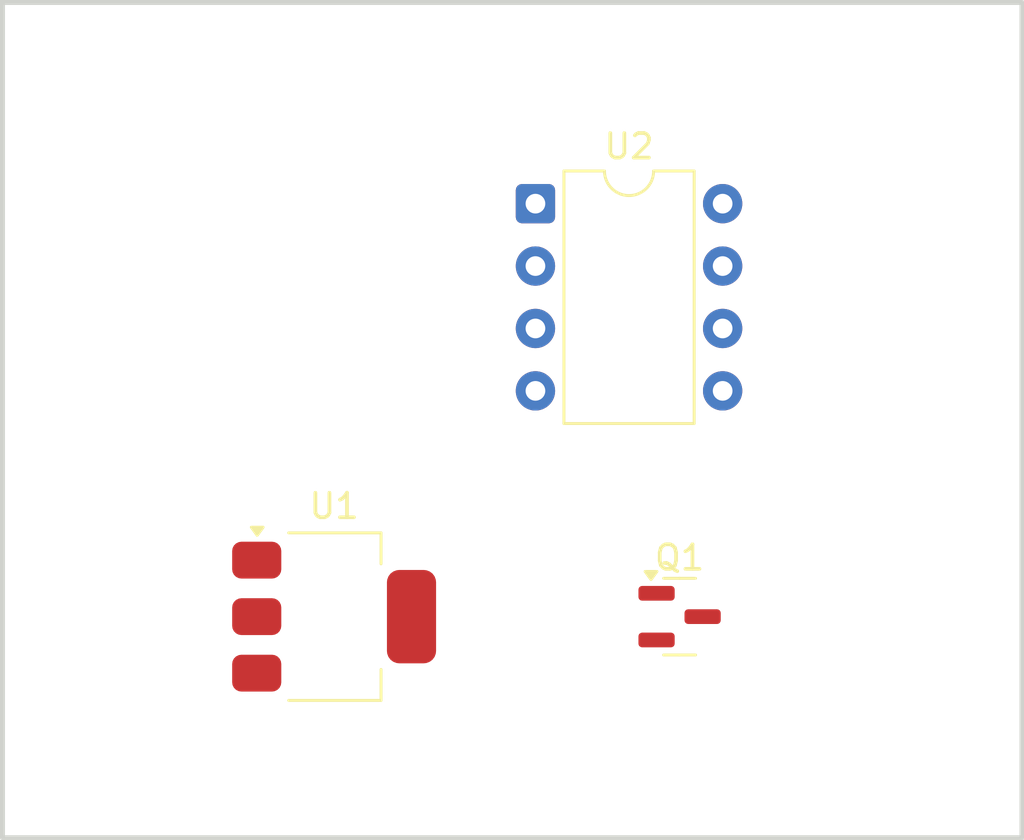
<source format=kicad_pcb>
(kicad_pcb (version 20241229) (generator "pcbnew") (generator_version "9.0")
  (layers (0 "F.Cu" signal) (2 "B.Cu" signal) (13 "F.Paste" user) (15 "B.Paste" user) (5 "F.SilkS" user "F.Silkscreen") (7 "B.SilkS" user "B.Silkscreen") (1 "F.Mask" user) (3 "B.Mask" user) (25 "Edge.Cuts" user))
  (net 0 "")
  (net 1 "/OUT-")
  (net 2 "Net-(Q1-G)")
  (net 3 "GND")
  (net 4 "+5V")
  (net 5 "VCC")
  (net 6 "/SWITCH")
  (net 7 "/PWM")
  (net 8 "/PEAK")
  (net 9 "/FOUT")
  (net 10 "/FIN")
  (footprint "Package_TO_SOT_SMD:SOT-223-3_TabPin2" (layer "F.Cu") (at 59.5 72.5)
    (property "Reference" "U1" (at 0 -4.5 0) (layer "F.SilkS"))
    (property "Value" "AMS1117-5.0")
    (fp_line (start -1.85 -3.41) (end 1.91 -3.41) (stroke (width 0.12)) (layer "F.SilkS"))
    (fp_line (start -1.85 3.41) (end 1.91 3.41) (stroke (width 0.12)) (layer "F.SilkS"))
    (fp_line (start 1.91 -3.41) (end 1.91 -2.15) (stroke (width 0.12)) (layer "F.SilkS"))
    (fp_line (start 1.91 3.41) (end 1.91 2.15) (stroke (width 0.12)) (layer "F.SilkS"))
    (fp_poly (pts (xy -3.13 -3.31) (xy -3.37 -3.64) (xy -2.89 -3.64) (xy -3.13 -3.31)) (stroke (width 0.12)) (fill yes) (layer "F.SilkS"))
    (pad "1" smd roundrect (at -3.15 -2.3) (size 2 1.5) (layers "F.Cu" "F.Mask" "F.Paste") (net 3 "GND"))
    (pad "2" smd roundrect (at -3.15 0) (size 2 1.5) (layers "F.Cu" "F.Mask" "F.Paste") (net 4 "+5V"))
    (pad "2" smd roundrect (at 3.15 0) (size 2 3.8) (layers "F.Cu" "F.Mask" "F.Paste") (net 4 "+5V"))
    (pad "3" smd roundrect (at -3.15 2.3) (size 2 1.5) (layers "F.Cu" "F.Mask" "F.Paste") (net 5 "VCC"))
  )
  (footprint "Package_DIP:DIP-8_W7.62mm" (layer "F.Cu") (at 67.695 55.69)
    (property "Reference" "U2" (at 3.81 -2.33 0) (layer "F.SilkS"))
    (property "Value" "ATtiny13A-P")
    (fp_line (start 1.16 -1.33) (end 1.16 8.95) (stroke (width 0.12)) (layer "F.SilkS"))
    (fp_line (start 1.16 8.95) (end 6.46 8.95) (stroke (width 0.12)) (layer "F.SilkS"))
    (fp_line (start 2.81 -1.33) (end 1.16 -1.33) (stroke (width 0.12)) (layer "F.SilkS"))
    (fp_line (start 6.46 -1.33) (end 4.81 -1.33) (stroke (width 0.12)) (layer "F.SilkS"))
    (fp_line (start 6.46 8.95) (end 6.46 -1.33) (stroke (width 0.12)) (layer "F.SilkS"))
    (fp_arc (start 4.81 -1.33) (mid 3.81 -0.33) (end 2.81 -1.33) (stroke (width 0.12)) (layer "F.SilkS"))
    (pad "1" thru_hole roundrect (at 0 0) (size 1.6 1.6) (drill 0.8) (layers "*.Cu" "*.Mask") (roundrect_rratio 0.15625) (net 4 "+5V"))
    (pad "2" thru_hole circle (at 0 2.54) (size 1.6 1.6) (drill 0.8) (layers "*.Cu" "*.Mask") (net 9 "/FOUT"))
    (pad "3" thru_hole circle (at 0 5.08) (size 1.6 1.6) (drill 0.8) (layers "*.Cu" "*.Mask") (net 8 "/PEAK"))
    (pad "4" thru_hole circle (at 0 7.62) (size 1.6 1.6) (drill 0.8) (layers "*.Cu" "*.Mask") (net 3 "GND"))
    (pad "5" thru_hole circle (at 7.62 7.62) (size 1.6 1.6) (drill 0.8) (layers "*.Cu" "*.Mask") (net 6 "/SWITCH"))
    (pad "6" thru_hole circle (at 7.62 5.08) (size 1.6 1.6) (drill 0.8) (layers "*.Cu" "*.Mask") (net 7 "/PWM"))
    (pad "7" thru_hole circle (at 7.62 2.54) (size 1.6 1.6) (drill 0.8) (layers "*.Cu" "*.Mask") (net 10 "/FIN"))
    (pad "8" thru_hole circle (at 7.62 0) (size 1.6 1.6) (drill 0.8) (layers "*.Cu" "*.Mask") (net 4 "+5V"))
  )
  (footprint "Package_TO_SOT_SMD:SOT-23" (layer "F.Cu") (at 73.5625 72.5)
    (property "Reference" "Q1" (at 0 -2.4 0) (layer "F.SilkS"))
    (property "Value" "AO3400A")
    (fp_line (start 0 -1.56) (end -0.65 -1.56) (stroke (width 0.12)) (layer "F.SilkS"))
    (fp_line (start 0 -1.56) (end 0.65 -1.56) (stroke (width 0.12)) (layer "F.SilkS"))
    (fp_line (start 0 1.56) (end -0.65 1.56) (stroke (width 0.12)) (layer "F.SilkS"))
    (fp_line (start 0 1.56) (end 0.65 1.56) (stroke (width 0.12)) (layer "F.SilkS"))
    (fp_poly (pts (xy -1.1625 -1.51) (xy -1.4025 -1.84) (xy -0.9225 -1.84)) (stroke (width 0.12)) (fill yes) (layer "F.SilkS"))
    (pad "1" smd roundrect (at -0.9375 -0.95) (size 1.475 0.6) (layers "F.Cu" "F.Mask" "F.Paste") (net 2 "Net-(Q1-G)"))
    (pad "2" smd roundrect (at -0.9375 0.95) (size 1.475 0.6) (layers "F.Cu" "F.Mask" "F.Paste") (net 3 "GND"))
    (pad "3" smd roundrect (at 0.9375 0) (size 1.475 0.6) (layers "F.Cu" "F.Mask" "F.Paste") (net 1 "/OUT-"))
  )
  (gr_rect (start 46 47.5) (end 87.5 81.5) (stroke (width 0.2)) (fill no) (layer "Edge.Cuts"))
)
</source>
